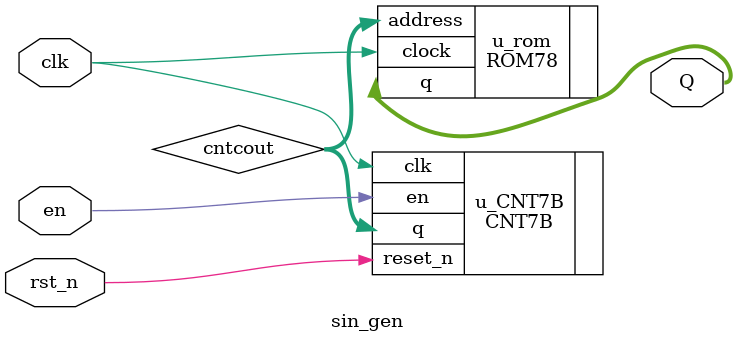
<source format=v>
module sin_gen
(
	input clk,
	input rst_n,
	input en,
	output [7:0]Q
);

wire [6:0]cntcout;

CNT7B u_CNT7B//计数器例化
(
	.clk(clk),
	.en(en),
	.reset_n(rst_n),
	.q(cntcout)
);

ROM78 u_rom//ROM核例化
(
	.address(cntcout),
	.clock(clk),
	.q(Q)
);
endmodule

</source>
